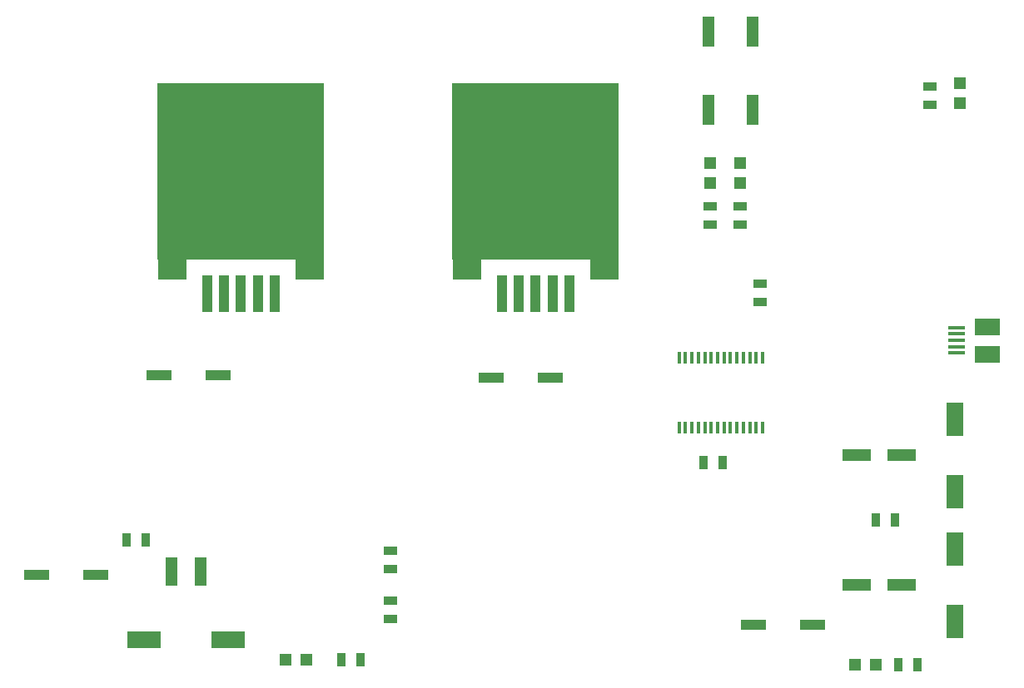
<source format=gtp>
G04 (created by PCBNEW-RS274X (2011-nov-30)-testing) date Mon 13 Aug 2012 06:09:34 PM EDT*
%MOIN*%
G04 Gerber Fmt 3.4, Leading zero omitted, Abs format*
%FSLAX34Y34*%
G01*
G70*
G90*
G04 APERTURE LIST*
%ADD10C,0.006*%
%ADD11R,0.115X0.05*%
%ADD12R,0.065X0.135*%
%ADD13R,0.0472X0.0472*%
%ADD14R,0.0669X0.0157*%
%ADD15R,0.0984X0.0709*%
%ADD16R,0.0512X0.122*%
%ADD17R,0.055X0.035*%
%ADD18R,0.05X0.1149*%
%ADD19R,0.135X0.065*%
%ADD20R,0.1349X0.065*%
%ADD21R,0.0394X0.1495*%
%ADD22R,0.0394X0.1496*%
%ADD23R,0.6692X0.7084*%
%ADD24R,0.1179X0.0787*%
%ADD25R,0.118X0.0787*%
%ADD26R,0.016X0.05*%
%ADD27R,0.035X0.055*%
%ADD28R,0.0984X0.0393*%
G04 APERTURE END LIST*
G54D10*
G54D11*
X35850Y9300D03*
X34050Y9300D03*
G54D12*
X38000Y10750D03*
X38000Y7850D03*
G54D11*
X35850Y4100D03*
X34050Y4100D03*
G54D12*
X38000Y5550D03*
X38000Y2650D03*
G54D13*
X33987Y900D03*
X34813Y900D03*
X11187Y1100D03*
X12013Y1100D03*
G54D14*
X38058Y13900D03*
X38058Y13644D03*
X38058Y14412D03*
X38058Y14156D03*
G54D15*
X39279Y13349D03*
X39279Y14451D03*
G54D14*
X38058Y13388D03*
G54D13*
X29400Y21013D03*
X29400Y20187D03*
X28200Y21013D03*
X28200Y20187D03*
G54D16*
X28114Y26265D03*
X28114Y23135D03*
X29886Y23135D03*
X29886Y26265D03*
G54D17*
X15400Y5475D03*
X15400Y4725D03*
X15400Y3475D03*
X15400Y2725D03*
G54D18*
X7789Y4627D03*
X6611Y4627D03*
G54D19*
X5508Y1900D03*
G54D20*
X8892Y1900D03*
G54D21*
X19861Y15763D03*
X20531Y15763D03*
G54D22*
X21200Y15763D03*
G54D21*
X21869Y15763D03*
X22539Y15763D03*
G54D23*
X21200Y20685D03*
G54D24*
X18445Y16748D03*
G54D25*
X23956Y16747D03*
G54D26*
X26950Y10400D03*
X27200Y10400D03*
X27460Y10400D03*
X27720Y10400D03*
X27970Y10400D03*
X28230Y10400D03*
X28490Y10400D03*
X28740Y10400D03*
X29000Y10400D03*
X29250Y10400D03*
X29510Y10400D03*
X29770Y10400D03*
X30020Y10400D03*
X30280Y10400D03*
X30280Y13200D03*
X30020Y13200D03*
X29780Y13200D03*
X29510Y13200D03*
X29250Y13200D03*
X29000Y13200D03*
X28740Y13200D03*
X28490Y13200D03*
X28230Y13200D03*
X27970Y13200D03*
X27720Y13200D03*
X27460Y13200D03*
X27200Y13200D03*
X26950Y13200D03*
G54D27*
X5575Y5900D03*
X4825Y5900D03*
G54D17*
X30200Y15425D03*
X30200Y16175D03*
G54D27*
X27925Y9000D03*
X28675Y9000D03*
X34825Y6700D03*
X35575Y6700D03*
G54D21*
X8061Y15763D03*
X8731Y15763D03*
G54D22*
X9400Y15763D03*
G54D21*
X10069Y15763D03*
X10739Y15763D03*
G54D23*
X9400Y20685D03*
G54D24*
X6645Y16748D03*
G54D25*
X12156Y16747D03*
G54D28*
X32279Y2500D03*
X29920Y2500D03*
X8479Y12500D03*
X6120Y12500D03*
X21779Y12400D03*
X19420Y12400D03*
X3579Y4500D03*
X1220Y4500D03*
G54D17*
X28200Y19275D03*
X28200Y18525D03*
X29400Y19275D03*
X29400Y18525D03*
G54D27*
X35725Y900D03*
X36475Y900D03*
G54D17*
X37000Y23325D03*
X37000Y24075D03*
G54D27*
X13425Y1100D03*
X14175Y1100D03*
G54D13*
X38200Y24213D03*
X38200Y23387D03*
M02*

</source>
